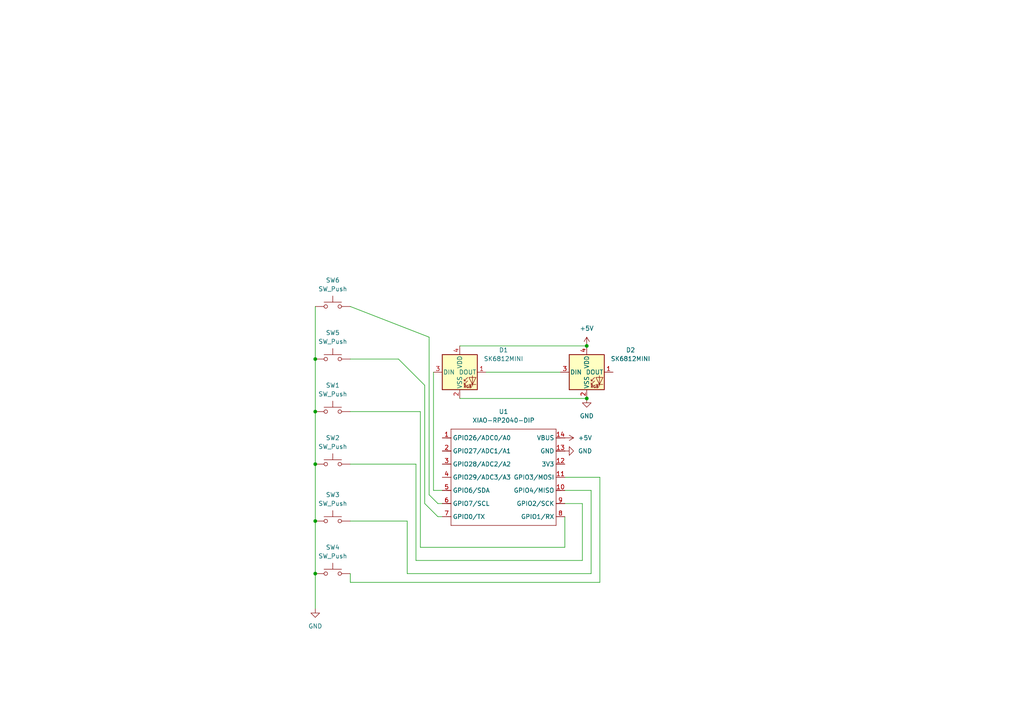
<source format=kicad_sch>
(kicad_sch (version 20250114) (generator "eeschema") (generator_version "9.0")
  (paper "A4")
  (lib_symbols
    (symbol "LED:SK6812MINI" (pin_names (offset 0.254))
      (property "Reference" "D" (at 5.08 5.715 0))
      (property "Value" "SK6812MINI" (at 1.27 -5.715 0))
      (symbol "SK6812MINI_0_0"
        (text "RGB" (at 2.286 -4.191 0) (effects (font (size 0.762 0.762))))
      )
      (symbol "SK6812MINI_0_1"
        (polyline (pts (xy 1.27 -2.54) (xy 1.778 -2.54)))
        (polyline (pts (xy 1.27 -3.556) (xy 1.778 -3.556)))
        (polyline (pts (xy 2.286 -1.524) (xy 1.27 -2.54) (xy 1.27 -2.032)))
        (polyline (pts (xy 2.286 -2.54) (xy 1.27 -3.556) (xy 1.27 -3.048)))
        (polyline (pts (xy 3.683 -1.016) (xy 3.683 -3.556) (xy 3.683 -4.064)))
        (polyline (pts (xy 4.699 -1.524) (xy 2.667 -1.524) (xy 3.683 -3.556) (xy 4.699 -1.524)))
        (polyline (pts (xy 4.699 -3.556) (xy 2.667 -3.556)))
        (rectangle (start 5.08 5.08) (end -5.08 -5.08) (stroke (width 0.254)) (fill (type background)))
      )
      (symbol "SK6812MINI_1_1"
        (pin input line (at -7.62 0 0) (length 2.54) (name "DIN") (number "3"))
        (pin power_in line (at 0 7.62 270) (length 2.54) (name "VDD") (number "4"))
        (pin power_in line (at 0 -7.62 90) (length 2.54) (name "VSS") (number "2"))
        (pin output line (at 7.62 0 180) (length 2.54) (name "DOUT") (number "1"))
      )
    )
    (symbol "OPL:XIAO-RP2040-DIP"
      (property "Reference" "U" (at 0 0 0))
      (property "Value" "XIAO-RP2040-DIP" (at 5.334 -1.778 0))
      (symbol "XIAO-RP2040-DIP_1_0"
        (polyline (pts (xy -1.27 -2.54) (xy 29.21 -2.54)) (stroke (width 0.1524)))
        (polyline (pts (xy -1.27 -5.08) (xy -2.54 -5.08)) (stroke (width 0.1524)))
        (polyline (pts (xy -1.27 -5.08) (xy -1.27 -2.54)) (stroke (width 0.1524)))
        (polyline (pts (xy -1.27 -8.89) (xy -2.54 -8.89)) (stroke (width 0.1524)))
        (polyline (pts (xy -1.27 -8.89) (xy -1.27 -5.08)) (stroke (width 0.1524)))
        (polyline (pts (xy -1.27 -12.7) (xy -2.54 -12.7)) (stroke (width 0.1524)))
        (polyline (pts (xy -1.27 -12.7) (xy -1.27 -8.89)) (stroke (width 0.1524)))
        (polyline (pts (xy -1.27 -16.51) (xy -2.54 -16.51)) (stroke (width 0.1524)))
        (polyline (pts (xy -1.27 -16.51) (xy -1.27 -12.7)) (stroke (width 0.1524)))
        (polyline (pts (xy -1.27 -20.32) (xy -2.54 -20.32)) (stroke (width 0.1524)))
        (polyline (pts (xy -1.27 -24.13) (xy -2.54 -24.13)) (stroke (width 0.1524)))
        (polyline (pts (xy -1.27 -27.94) (xy -2.54 -27.94)) (stroke (width 0.1524)))
        (polyline (pts (xy -1.27 -30.48) (xy -1.27 -16.51)) (stroke (width 0.1524)))
        (polyline (pts (xy 29.21 -2.54) (xy 29.21 -5.08)) (stroke (width 0.1524)))
        (polyline (pts (xy 29.21 -5.08) (xy 29.21 -8.89)) (stroke (width 0.1524)))
        (polyline (pts (xy 29.21 -8.89) (xy 29.21 -12.7)) (stroke (width 0.1524)))
        (polyline (pts (xy 29.21 -12.7) (xy 29.21 -30.48)) (stroke (width 0.1524)))
        (polyline (pts (xy 29.21 -30.48) (xy -1.27 -30.48)) (stroke (width 0.1524)))
        (polyline (pts (xy 30.48 -5.08) (xy 29.21 -5.08)) (stroke (width 0.1524)))
        (polyline (pts (xy 30.48 -8.89) (xy 29.21 -8.89)) (stroke (width 0.1524)))
        (polyline (pts (xy 30.48 -12.7) (xy 29.21 -12.7)) (stroke (width 0.1524)))
        (polyline (pts (xy 30.48 -16.51) (xy 29.21 -16.51)) (stroke (width 0.1524)))
        (polyline (pts (xy 30.48 -20.32) (xy 29.21 -20.32)) (stroke (width 0.1524)))
        (polyline (pts (xy 30.48 -24.13) (xy 29.21 -24.13)) (stroke (width 0.1524)))
        (polyline (pts (xy 30.48 -27.94) (xy 29.21 -27.94)) (stroke (width 0.1524)))
        (pin passive line (at -3.81 -5.08 0) (length 2.54) (name "GPIO26/ADC0/A0") (number "1"))
        (pin passive line (at -3.81 -8.89 0) (length 2.54) (name "GPIO27/ADC1/A1") (number "2"))
        (pin passive line (at -3.81 -12.7 0) (length 2.54) (name "GPIO28/ADC2/A2") (number "3"))
        (pin passive line (at -3.81 -16.51 0) (length 2.54) (name "GPIO29/ADC3/A3") (number "4"))
        (pin passive line (at -3.81 -20.32 0) (length 2.54) (name "GPIO6/SDA") (number "5"))
        (pin passive line (at -3.81 -24.13 0) (length 2.54) (name "GPIO7/SCL") (number "6"))
        (pin passive line (at -3.81 -27.94 0) (length 2.54) (name "GPIO0/TX") (number "7"))
        (pin passive line (at 31.75 -5.08 180) (length 2.54) (name "VBUS") (number "14"))
        (pin passive line (at 31.75 -8.89 180) (length 2.54) (name "GND") (number "13"))
        (pin passive line (at 31.75 -12.7 180) (length 2.54) (name "3V3") (number "12"))
        (pin passive line (at 31.75 -16.51 180) (length 2.54) (name "GPIO3/MOSI") (number "11"))
        (pin passive line (at 31.75 -20.32 180) (length 2.54) (name "GPIO4/MISO") (number "10"))
        (pin passive line (at 31.75 -24.13 180) (length 2.54) (name "GPIO2/SCK") (number "9"))
        (pin passive line (at 31.75 -27.94 180) (length 2.54) (name "GPIO1/RX") (number "8"))
      )
    )
    (symbol "Switch:SW_Push" (pin_numbers (hide yes)) (pin_names (offset 1.016) (hide yes))
      (property "Reference" "SW" (at 1.27 2.54 0))
      (property "Value" "SW_Push" (at 0 -1.524 0))
      (symbol "SW_Push_0_1"
        (circle (center -2.032 0) (radius 0.508))
        (polyline (pts (xy 0 1.27) (xy 0 3.048)))
        (circle (center 2.032 0) (radius 0.508))
        (polyline (pts (xy 2.54 1.27) (xy -2.54 1.27)))
        (pin passive line (at -5.08 0 0) (length 2.54) (name "1") (number "1"))
        (pin passive line (at 5.08 0 180) (length 2.54) (name "2") (number "2"))
      )
    )
    (symbol "power:+5V" (power) (pin_numbers (hide yes)) (pin_names (offset 0) (hide yes))
      (property "Value" "+5V" (at 0 3.556 0))
      (symbol "+5V_0_1"
        (polyline (pts (xy -0.762 1.27) (xy 0 2.54)))
        (polyline (pts (xy 0 2.54) (xy 0.762 1.27)))
        (polyline (pts (xy 0 0) (xy 0 2.54)))
      )
      (symbol "+5V_1_1"
        (pin power_in line (at 0 0 90) (length 0) (name "~") (number "1"))
      )
    )
    (symbol "power:GND" (power) (pin_numbers (hide yes)) (pin_names (offset 0) (hide yes))
      (property "Value" "GND" (at 0 -3.81 0))
      (symbol "GND_0_1"
        (polyline (pts (xy 0 0) (xy 0 -1.27) (xy 1.27 -1.27) (xy 0 -2.54) (xy -1.27 -1.27) (xy 0 -1.27)))
      )
      (symbol "GND_1_1"
        (pin power_in line (at 0 0 270) (length 0) (name "~") (number "1"))
      )
    )
  )
  (junction (at 91.44 151.13))
  (junction (at 91.44 134.62))
  (junction (at 91.44 104.14))
  (junction (at 170.18 115.57))
  (junction (at 91.44 119.38))
  (junction (at 170.18 100.33))
  (junction (at 91.44 166.37))
  (wire (pts (xy 124.46 143.51) (xy 124.46 97.79)))
  (wire (pts (xy 101.6 168.91) (xy 173.99 168.91)))
  (wire (pts (xy 120.65 162.56) (xy 168.91 162.56)))
  (wire (pts (xy 133.35 100.33) (xy 170.18 100.33)))
  (wire (pts (xy 140.97 107.95) (xy 162.56 107.95)))
  (wire (pts (xy 163.83 138.43) (xy 173.99 138.43)))
  (wire (pts (xy 91.44 88.9) (xy 91.44 104.14)))
  (wire (pts (xy 91.44 151.13) (xy 91.44 166.37)))
  (wire (pts (xy 121.92 158.75) (xy 163.83 158.75)))
  (wire (pts (xy 118.11 151.13) (xy 118.11 166.37)))
  (wire (pts (xy 101.6 151.13) (xy 118.11 151.13)))
  (wire (pts (xy 101.6 134.62) (xy 120.65 134.62)))
  (wire (pts (xy 121.92 119.38) (xy 121.92 158.75)))
  (wire (pts (xy 91.44 134.62) (xy 91.44 151.13)))
  (wire (pts (xy 123.19 146.05) (xy 123.19 111.76)))
  (wire (pts (xy 118.11 166.37) (xy 171.45 166.37)))
  (wire (pts (xy 91.44 119.38) (xy 91.44 134.62)))
  (wire (pts (xy 125.73 107.95) (xy 125.73 142.24)))
  (wire (pts (xy 163.83 146.05) (xy 168.91 146.05)))
  (wire (pts (xy 168.91 146.05) (xy 168.91 162.56)))
  (wire (pts (xy 173.99 138.43) (xy 173.99 168.91)))
  (wire (pts (xy 171.45 142.24) (xy 171.45 166.37)))
  (wire (pts (xy 163.83 149.86) (xy 163.83 158.75)))
  (wire (pts (xy 128.27 149.86) (xy 127 149.86)))
  (wire (pts (xy 124.46 97.79) (xy 101.6 88.9)))
  (wire (pts (xy 101.6 166.37) (xy 101.6 168.91)))
  (wire (pts (xy 120.65 134.62) (xy 120.65 162.56)))
  (wire (pts (xy 163.83 142.24) (xy 171.45 142.24)))
  (wire (pts (xy 127 146.05) (xy 124.46 143.51)))
  (wire (pts (xy 91.44 166.37) (xy 91.44 176.53)))
  (wire (pts (xy 128.27 146.05) (xy 127 146.05)))
  (wire (pts (xy 101.6 104.14) (xy 115.57 104.14)))
  (wire (pts (xy 91.44 104.14) (xy 91.44 119.38)))
  (wire (pts (xy 127 149.86) (xy 123.19 146.05)))
  (wire (pts (xy 101.6 119.38) (xy 121.92 119.38)))
  (wire (pts (xy 123.19 111.76) (xy 115.57 104.14)))
  (wire (pts (xy 133.35 115.57) (xy 170.18 115.57)))
  (wire (pts (xy 125.73 142.24) (xy 128.27 142.24)))
  (symbol (lib_id "OPL:XIAO-RP2040-DIP") (at 132.08 121.92 0) (unit 1)
    (property "Reference" "U1" (at 146.05 119.38 0))
    (property "Value" "XIAO-RP2040-DIP" (at 146.05 121.92 0))
    (property "Footprint" "OPL:XIAO-RP2040-DIP" (effects (hide yes)))
  )
  (symbol (lib_id "LED:SK6812MINI") (at 170.18 107.95 0) (unit 1)
    (property "Reference" "D2" (at 182.88 101.5298 0))
    (property "Value" "SK6812MINI" (at 182.88 104.0698 0))
    (property "Footprint" "LED_SMD:LED_SK6812MINI_PLCC4_3.5x3.5mm_P1.75mm" (effects (hide yes)))
    (property "Datasheet" "https://cdn-shop.adafruit.com/product-files/2686/SK6812MINI_REV.01-1-2.pdf" (effects (hide yes)))
    (property "Description" "RGB LED with integrated controller" (effects (hide yes)))
  )
  (symbol (lib_id "Switch:SW_Push") (at 96.52 134.62 0) (unit 1)
    (property "Reference" "SW2" (at 96.52 127 0))
    (property "Value" "SW_Push" (at 96.52 129.54 0))
    (property "Footprint" "Button_Switch_Keyboard:SW_Cherry_MX_1.00u_PCB" (effects (hide yes)))
    (property "Description" "Push button switch, generic, two pins" (effects (hide yes)))
  )
  (symbol (lib_id "power:GND") (at 163.83 130.81 90) (unit 1)
    (property "Reference" "#PWR02" (effects (hide yes)))
    (property "Value" "GND" (at 167.64 130.8099 90) (effects (justify right)))
    (property "Description" "Power symbol creates a global label with name \"GND\" , ground" (effects (hide yes)))
  )
  (symbol (lib_id "power:GND") (at 91.44 176.53 0) (unit 1)
    (property "Reference" "#PWR05" (effects (hide yes)))
    (property "Value" "GND" (at 91.44 181.61 0))
    (property "Description" "Power symbol creates a global label with name \"GND\" , ground" (effects (hide yes)))
  )
  (symbol (lib_id "power:GND") (at 170.18 115.57 0) (unit 1)
    (property "Reference" "#PWR03" (effects (hide yes)))
    (property "Value" "GND" (at 170.18 120.65 0))
    (property "Description" "Power symbol creates a global label with name \"GND\" , ground" (effects (hide yes)))
  )
  (symbol (lib_id "LED:SK6812MINI") (at 133.35 107.95 0) (unit 1)
    (property "Reference" "D1" (at 146.05 101.5298 0))
    (property "Value" "SK6812MINI" (at 146.05 104.0698 0))
    (property "Footprint" "LED_SMD:LED_SK6812MINI_PLCC4_3.5x3.5mm_P1.75mm" (effects (hide yes)))
    (property "Datasheet" "https://cdn-shop.adafruit.com/product-files/2686/SK6812MINI_REV.01-1-2.pdf" (effects (hide yes)))
    (property "Description" "RGB LED with integrated controller" (effects (hide yes)))
  )
  (symbol (lib_id "Switch:SW_Push") (at 96.52 151.13 0) (unit 1)
    (property "Reference" "SW3" (at 96.52 143.51 0))
    (property "Value" "SW_Push" (at 96.52 146.05 0))
    (property "Footprint" "Button_Switch_Keyboard:SW_Cherry_MX_1.00u_PCB" (effects (hide yes)))
    (property "Description" "Push button switch, generic, two pins" (effects (hide yes)))
  )
  (symbol (lib_id "Switch:SW_Push") (at 96.52 119.38 0) (unit 1)
    (property "Reference" "SW1" (at 96.52 111.76 0))
    (property "Value" "SW_Push" (at 96.52 114.3 0))
    (property "Footprint" "Button_Switch_Keyboard:SW_Cherry_MX_1.00u_PCB" (effects (hide yes)))
    (property "Description" "Push button switch, generic, two pins" (effects (hide yes)))
  )
  (symbol (lib_id "power:+5V") (at 163.83 127 270) (unit 1)
    (property "Reference" "#PWR01" (effects (hide yes)))
    (property "Value" "+5V" (at 167.64 126.9999 90) (effects (justify left)))
    (property "Description" "Power symbol creates a global label with name \"+5V\"" (effects (hide yes)))
  )
  (symbol (lib_id "Switch:SW_Push") (at 96.52 104.14 0) (unit 1)
    (property "Reference" "SW5" (at 96.52 96.52 0))
    (property "Value" "SW_Push" (at 96.52 99.06 0))
    (property "Footprint" "Button_Switch_Keyboard:SW_Cherry_MX_1.00u_PCB" (effects (hide yes)))
    (property "Description" "Push button switch, generic, two pins" (effects (hide yes)))
  )
  (symbol (lib_id "Switch:SW_Push") (at 96.52 88.9 0) (unit 1)
    (property "Reference" "SW6" (at 96.52 81.28 0))
    (property "Value" "SW_Push" (at 96.52 83.82 0))
    (property "Footprint" "Button_Switch_Keyboard:SW_Cherry_MX_1.00u_PCB" (effects (hide yes)))
    (property "Description" "Push button switch, generic, two pins" (effects (hide yes)))
  )
  (symbol (lib_id "Switch:SW_Push") (at 96.52 166.37 0) (unit 1)
    (property "Reference" "SW4" (at 96.52 158.75 0))
    (property "Value" "SW_Push" (at 96.52 161.29 0))
    (property "Footprint" "Button_Switch_Keyboard:SW_Cherry_MX_1.00u_PCB" (effects (hide yes)))
    (property "Description" "Push button switch, generic, two pins" (effects (hide yes)))
  )
  (symbol (lib_id "power:+5V") (at 170.18 100.33 0) (unit 1)
    (property "Reference" "#PWR04" (effects (hide yes)))
    (property "Value" "+5V" (at 170.18 95.25 0))
    (property "Description" "Power symbol creates a global label with name \"+5V\"" (effects (hide yes)))
  )
)
</source>
